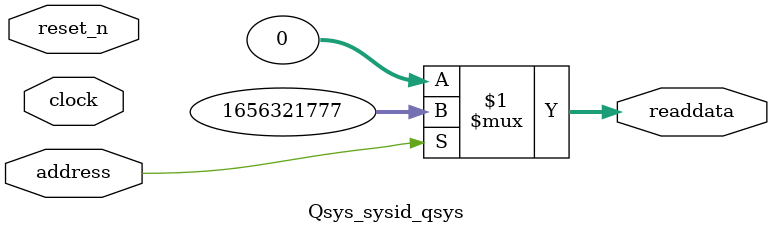
<source format=v>



// synthesis translate_off
`timescale 1ns / 1ps
// synthesis translate_on

// turn off superfluous verilog processor warnings 
// altera message_level Level1 
// altera message_off 10034 10035 10036 10037 10230 10240 10030 

module Qsys_sysid_qsys (
               // inputs:
                address,
                clock,
                reset_n,

               // outputs:
                readdata
             )
;

  output  [ 31: 0] readdata;
  input            address;
  input            clock;
  input            reset_n;

  wire    [ 31: 0] readdata;
  //control_slave, which is an e_avalon_slave
  assign readdata = address ? 1656321777 : 0;

endmodule



</source>
